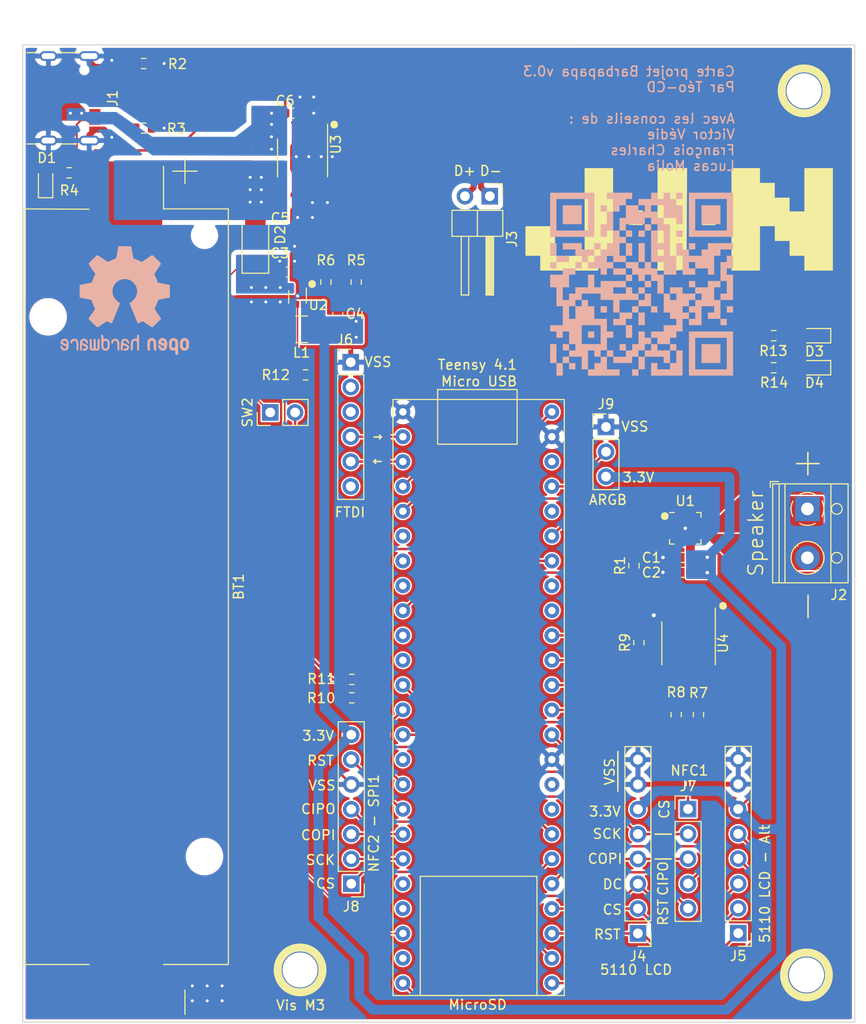
<source format=kicad_pcb>
(kicad_pcb (version 20221018) (generator pcbnew)
  (title_block (title "Carte projet Barbapapa") (date "2023-06-25") (rev "0.3") (company "Téo-CD"))
  (layers (0 "F.Cu" signal) (31 "B.Cu" power) (34 "B.Paste" user) (35 "F.Paste" user) (36 "B.SilkS" user "B.Silkscreen") (37 "F.SilkS" user "F.Silkscreen") (38 "B.Mask" user) (39 "F.Mask" user) (44 "Edge.Cuts" user))
  (net 0 "")
  (net 1 "/Power and USB/BATT_LOAD")
  (net 2 "VSS")
  (net 3 "/Power and USB/VBUS")
  (net 4 "Net-(D1-K)")
  (net 5 "Net-(D1-A)")
  (net 6 "Net-(J1-CC1)")
  (net 7 "/Power and USB/USB_D_P")
  (net 8 "/Power and USB/USB_D_N")
  (net 10 "Net-(J1-CC2)")
  (net 12 "/Audio/Speaker_P")
  (net 13 "/Audio/Speaker_N")
  (net 14 "/LCD connectors/LCD_RST")
  (net 15 "/LCD connectors/LCD_CS")
  (net 16 "/LCD connectors/LCD_DC")
  (net 17 "/SPI_COPI")
  (net 18 "/SPI_SCK")
  (net 19 "/LCD connectors/LCD_COPI_ALT")
  (net 20 "/LCD connectors/LCD_SCK_ALT")
  (net 23 "Net-(J6-Pin_4)")
  (net 24 "Net-(J6-Pin_5)")
  (net 26 "/NFC Connectors/NFC1_CS")
  (net 27 "/SPI_CIPO")
  (net 28 "/NFC2_CS")
  (net 29 "/SPI1_SCK")
  (net 30 "/SPI1_COPI")
  (net 31 "/SPI1_CIPO")
  (net 32 "/NFC Connectors/NFC2_RST")
  (net 33 "Net-(U2-SW)")
  (net 34 "/Audio/Amp_enable")
  (net 35 "Net-(U1-~{SD_MODE})")
  (net 36 "Net-(U2-FB)")
  (net 37 "Net-(U4-X0)")
  (net 38 "Net-(U4-X3)")
  (net 39 "/Audio/AMP_GAIN_EN")
  (net 40 "/Power and USB/VIN")
  (net 44 "/Audio_OUT")
  (net 47 "/Audio/AMP_GAIN0")
  (net 48 "/Audio/AMP_GAIN1")
  (net 51 "/Audio/LRCLK")
  (net 52 "/Audio/BCLK")
  (net 59 "Net-(U1-~{GAIN_SLOT})")
  (net 65 "/NFC1_RST")
  (net 66 "/BAT_SNS")
  (net 69 "/Reg_en")
  (net 70 "/Power and USB/BATT_SAFE")
  (net 71 "VDD")
  (net 72 "Net-(D3-A)")
  (net 73 "Net-(D4-A)")
  (net 74 "/DBG_LED_1")
  (net 75 "/DBG_LED_2")
  (net 76 "/ARGB_Data")
  (footprint "01_Passives:RES_0603" (layer "F.Cu") (at 51.2572 127 180)
    (fp_text reference "R11")
    (fp_text value "RES_0603_100K_1%")
  )
  (footprint "LED_SMD:LED_0603_1608Metric_Pad1.05x0.95mm_HandSolder" (layer "F.Cu") (at 98.6038 91.8464 180)
    (fp_text reference "D3")
    (fp_text value "LED")
  )
  (footprint "Connector_PinHeader_2.54mm:PinHeader_1x05_P2.54mm_Vertical" (layer "F.Cu") (at 85.667 140.2536)
    (fp_text reference "J7")
    (fp_text value "NFC1")
  )
  (footprint "01_Passives:RES_0603" (layer "F.Cu") (at 29.972 70.612 180)
    (fp_text reference "R3")
    (fp_text value "RES_0603_5K1_1%")
  )
  (footprint "Package_SO:SOIC-8_3.9x4.9mm_P1.27mm" (layer "F.Cu") (at 46.228 73.66 -90)
    (fp_text reference "U3")
    (fp_text value "MAX1811")
  )
  (footprint "01_Passives:RES_0603" (layer "F.Cu") (at 51.2572 128.8796)
    (fp_text reference "R10")
    (fp_text value "RES_0603_200k_1%")
  )
  (footprint "LOGO" (layer "F.Cu") (at 85.2424 80.2132)
    (fp_text reference "G***" hide)
    (fp_text value "LOGO" hide)
  )
  (footprint "MountingHole:MountingHole_3.2mm_M3" (layer "F.Cu") (at 97.536 66.802)
    (fp_text reference "H1" hide)
    (fp_text value "MountingHole")
  )
  (footprint "Diode_SMD:D_SOD-128" (layer "F.Cu") (at 41.402 82.296 90)
    (fp_text reference "D2")
    (fp_text value "PMEG3050EP-QX")
  )
  (footprint "Battery:BatteryHolder_Keystone_1042_1x18650" (layer "F.Cu") (at 28.193 117.516 -90)
    (fp_text reference "BT1")
    (fp_text value "Battery_Cell")
  )
  (footprint "01_Passives:CAP_0603" (layer "F.Cu") (at 85.1336 116.0474 180)
    (fp_text reference "C2")
    (fp_text value "CAP_0603_10uF_50V")
  )
  (footprint "Connector_PinHeader_2.54mm:PinHeader_1x02_P2.54mm_Vertical" (layer "F.Cu") (at 42.921 99.695 90)
    (fp_text reference "SW2")
    (fp_text value "Power switch")
  )
  (footprint "Connector_USB:USB_C_Receptacle_GCT_USB4105-xx-A_16P_TopMnt_Horizontal" (layer "F.Cu") (at 21.3 67.564 -90)
    (fp_text reference "J1")
    (fp_text value "USB_C_Receptacle_USB2.0")
  )
  (footprint "Stuff:Teensy 4.1" (layer "F.Cu") (at 64.1123 127.579)
    (fp_text reference "Teensy 4.1")
    (fp_text value "~")
  )
  (footprint "Connector_PinHeader_2.54mm:PinHeader_1x08_P2.54mm_Vertical" (layer "F.Cu") (at 80.5362 152.979 180)
    (fp_text reference "J4")
    (fp_text value "LCD SPI")
  )
  (footprint "01_Passives:RES_0603" (layer "F.Cu") (at 86.7338 130.6016 90)
    (fp_text reference "R7")
    (fp_text value "RES_0603_100K_1%")
  )
  (footprint "MountingHole:MountingHole_3.2mm_M3" (layer "F.Cu") (at 45.974 156.718)
    (fp_text reference "H3" hide)
    (fp_text value "MountingHole")
  )
  (footprint "01_Passives:CAP_0603" (layer "F.Cu") (at 44.704 85.344)
    (fp_text reference "C3")
    (fp_text value "CAP_0603_10uF_50V")
  )
  (footprint "01_Passives:RES_0603" (layer "F.Cu") (at 94.425 95.123 180)
    (fp_text reference "R14")
    (fp_text value "RES_0603_200_1%")
  )
  (footprint "LED_SMD:LED_0603_1608Metric_Pad1.05x0.95mm_HandSolder" (layer "F.Cu") (at 98.6 95.123 180)
    (fp_text reference "D4")
    (fp_text value "LED")
  )
  (footprint "01_Passives:RES_0603" (layer "F.Cu") (at 48.6156 86.36 90)
    (fp_text reference "R6")
    (fp_text value "RES_0603_44K2_1%")
  )
  (footprint "01_Passives:CAP_0603" (layer "F.Cu") (at 44.958 78.232 180)
    (fp_text reference "C5")
    (fp_text value "CAP_0603_10uF_50V")
  )
  (footprint "MountingHole:MountingHole_3.2mm_M3" (layer "F.Cu") (at 97.79 157.226)
    (fp_text reference "H2" hide)
    (fp_text value "MountingHole")
  )
  (footprint "Inductor_SMD:L_1210_3225Metric_Pad1.42x2.65mm_HandSolder" (layer "F.Cu") (at 46.1264 91.186)
    (fp_text reference "L1")
    (fp_text value "IND_1.5uH_5A_20%")
  )
  (footprint "Connector_PinHeader_2.54mm:PinHeader_1x07_P2.54mm_Vertical" (layer "F.Cu") (at 51.2091 147.899 180)
    (fp_text reference "J8")
    (fp_text value "NFC2")
  )
  (footprint "01_Passives:CAP_0603" (layer "F.Cu") (at 45.212 69.088 180)
    (fp_text reference "C6")
    (fp_text value "CAP_0603_10uF_50V")
  )
  (footprint "01_Passives:RES_0603" (layer "F.Cu") (at 46.5328 95.8596)
    (fp_text reference "R12")
    (fp_text value "RES_0603_5K1_1%")
  )
  (footprint "01_Passives:CAP_0603" (layer "F.Cu") (at 49.8348 89.6112 -90)
    (fp_text reference "C4")
    (fp_text value "CAP_0603_10uF_50V")
  )
  (footprint "Connector_PinHeader_2.54mm:PinHeader_1x06_P2.54mm_Vertical" (layer "F.Cu") (at 51.1583 94.559)
    (fp_text reference "J6")
    (fp_text value "Random FTDI")
  )
  (footprint "Package_TO_SOT_SMD:SOT-563" (layer "F.Cu") (at 45.712 87.872 -90)
    (fp_text reference "U2")
    (fp_text value "AP61201Z6-7 buck")
  )
  (footprint "01_Passives:RES_0603" (layer "F.Cu") (at 84.4478 130.6016 90)
    (fp_text reference "R8")
    (fp_text value "RES_0603_100K_1%")
  )
  (footprint "01_Passives:CAP_0603" (layer "F.Cu") (at 85.1336 114.5234 180)
    (fp_text reference "C1")
    (fp_text value "CAP_0603_100nF_50V")
  )
  (footprint "Connector_PinHeader_2.54mm:PinHeader_1x03_P2.54mm_Vertical" (layer "F.Cu") (at 77.2695 101.178)
    (fp_text reference "J9")
    (fp_text value "RGB_LED")
  )
  (footprint "01_Passives:RES_0603" (layer "F.Cu") (at 51.7144 86.36 -90)
    (fp_text reference "R5")
    (fp_text value "RES_0603_200k_1%")
  )
  (footprint "01_Passives:RES_0603" (layer "F.Cu") (at 22.352 75.184)
    (fp_text reference "R4")
    (fp_text value "RES_0603_200_1%")
  )
  (footprint "Package_SO:TSSOP-16_4.4x5mm_P0.65mm" (layer "F.Cu") (at 85.7178 123.3041 -90)
    (fp_text reference "U4")
    (fp_text value "CD4051B")
  )
  (footprint "TerminalBlock_RND:TerminalBlock_RND_205-00012_1x02_P5.00mm_Horizontal" (layer "F.Cu") (at 97.8787 109.5596 -90)
    (fp_text reference "J2")
    (fp_text value "Speaker")
  )
  (footprint "01_Passives:RES_0603" (layer "F.Cu") (at 94.4288 91.8464)
    (fp_text reference "R13")
    (fp_text value "RES_0603_200_1%")
  )
  (footprint "01_Passives:RES_0603" (layer "F.Cu") (at 29.972 64.008)
    (fp_text reference "R2")
    (fp_text value "RES_0603_5K1_1%")
  )
  (footprint "LED_SMD:LED_0603_1608Metric_Pad1.05x0.95mm_HandSolder" (layer "F.Cu") (at 19.939 76.073 90)
    (fp_text reference "D1")
    (fp_text value "LED")
  )
  (footprint "LOGO" (layer "F.Cu") (at 80.9244 86.5632)
    (fp_text reference "G***" hide)
    (fp_text value "LOGO" hide)
  )
  (footprint "Connector_PinHeader_2.54mm:PinHeader_1x08_P2.54mm_Vertical" (layer "F.Cu") (at 90.7978 152.9536 180)
    (fp_text reference "J5")
    (fp_text value "LCD Soft SPI")
  )
  (footprint "01_Passives:RES_0603" (layer "F.Cu") (at 80.6378 123.2356 90)
    (fp_text reference "R9")
    (fp_text value "RES_0603_5K1_1%")
  )
  (footprint "Connector_PinHeader_2.54mm:PinHeader_1x02_P2.54mm_Horizontal" (layer "F.Cu") (at 65.3823 77.579 -90)
    (fp_text reference "J3")
    (fp_text value "Conn_01x02")
  )
  (footprint "Package_DFN_QFN:TQFN-16-1EP_3x3mm_P0.5mm_EP1.23x1.23mm" (layer "F.Cu") (at 85.3816 111.5439)
    (fp_text reference "U1")
    (fp_text value "MAX98357A/B")
  )
  (footprint "01_Passives:RES_0603" (layer "F.Cu") (at 80.1298 115.3616 90)
    (fp_text reference "R1")
    (fp_text value "RES_0603_634K_1%")
  )
  (footprint "Symbol:OSHW-Logo2_14.6x12mm_SilkScreen" (layer "B.Cu") (at 28.0416 88.2396 180)
    (fp_text reference "REF**" hide)
    (fp_text value "OSHW-Logo2_14.6x12mm_SilkScreen" hide)
  )
  (gr_circle (center 97.536 66.802) (end 99.836 66.802) (stroke (width 0.8)) (fill none) (layer "F.SilkS"))
  (gr_line (start 82.296 145.3642) (end 83.947 145.3642) (stroke (width 0.153)) (layer "F.SilkS"))
  (gr_circle (center 97.7808 157.226) (end 100.0808 157.226) (stroke (width 0.8)) (fill none) (layer "F.SilkS"))
  (gr_line (start 78.486 134.366) (end 78.486 138.43) (stroke (width 0.153)) (layer "F.SilkS"))
  (gr_circle (center 45.974 156.7088) (end 48.274 156.7088) (stroke (width 0.8)) (fill none) (layer "F.SilkS"))
  (gr_line (start 82.296 142.8242) (end 83.947 142.8242) (stroke (width 0.153)) (layer "F.SilkS"))
  (gr_rect (start 17.6022 62.103) (end 102.7176 162.052) (stroke (width 0.1)) (fill none) (layer "Edge.Cuts"))
  (gr_text "${TITLE} v${REVISION}\nPar ${COMPANY}\n\nAvec les conseils de :\nVictor Védie\nFrançois Charles\nLucas Molia" (at 90.551 75.057) (layer "B.SilkS") (effects (font (size 1 1) (thickness 0.153)) (justify left bottom mirror)))
  (gr_text "3.3V" (at 46.101 133.35) (layer "F.SilkS") (effects (font (size 1 1) (thickness 0.153)) (justify left bottom)))
  (gr_text "+" (at 95.9639 106.4462) (layer "F.SilkS") (effects (font (size 3 3) (thickness 0.153)) (justify left bottom)))
  (gr_text "-" (at 96.4211 117.5714 -90) (layer "F.SilkS") (effects (font (size 3 3) (thickness 0.153)) (justify left bottom)))
  (gr_text "Vis M3" (at 43.434 160.909) (layer "F.SilkS") (effects (font (size 1 1) (thickness 0.153)) (justify left bottom)))
  (gr_text "RST" (at 83.693 152.273 90) (layer "F.SilkS") (effects (font (size 1 1) (thickness 0.153)) (justify left bottom)))
  (gr_text "VSS" (at 52.451 95.123) (layer "F.SilkS") (effects (font (size 1 1) (thickness 0.153)) (justify left bottom)))
  (gr_text "●" (at 46.612 86.972) (layer "F.SilkS") (effects (font (size 0.8 0.8) (thickness 0.153)) (justify left bottom)))
  (gr_text "CS" (at 76.835 151.13) (layer "F.SilkS") (effects (font (size 1 1) (thickness 0.153)) (justify left bottom)))
  (gr_text "CIPO" (at 83.693 149.225 90) (layer "F.SilkS") (effects (font (size 1 1) (thickness 0.153)) (justify left bottom)))
  (gr_text "NFC1" (at 83.7692 136.906) (layer "F.SilkS") (effects (font (size 1 1) (thickness 0.153)) (justify left bottom)))
  (gr_text "DC" (at 76.835 148.5392) (layer "F.SilkS") (effects (font (size 1 1) (thickness 0.153)) (justify left bottom)))
  (gr_text "SCK" (at 46.482 146.05) (layer "F.SilkS") (effects (font (size 1 1) (thickness 0.153)) (justify left bottom)))
  (gr_text "RST" (at 46.609 135.89) (layer "F.SilkS") (effects (font (size 1 1) (thickness 0.153)) (justify left bottom)))
  (gr_text "RST" (at 75.946 153.67) (layer "F.SilkS") (effects (font (size 1 1) (thickness 0.153)) (justify left bottom)))
  (gr_text "VSS" (at 46.736 138.43) (layer "F.SilkS") (effects (font (size 1 1) (thickness 0.153)) (justify left bottom)))
  (gr_text "●" (at 48.8696 70.6628) (layer "F.SilkS") (effects (font (size 0.8 0.8) (thickness 0.153)) (justify left bottom)))
  (gr_text "●" (at 82.6902 110.7134) (layer "F.SilkS") (effects (font (size 0.8 0.8) (thickness 0.153)) (justify left bottom)))
  (gr_text "SCK" (at 75.819 143.383) (layer "F.SilkS") (effects (font (size 1 1) (thickness 0.153)) (justify left bottom)))
  (gr_text "Speaker" (at 93.472 116.586 90) (layer "F.SilkS") (effects (font (size 1.5 1.5) (thickness 0.153)) (justify left bottom)))
  (gr_text "VSS" (at 78.74 101.727) (layer "F.SilkS") (effects (font (size 1 1) (thickness 0.153)) (justify left bottom)))
  (gr_text "ARGB" (at 75.438 109.22) (layer "F.SilkS") (effects (font (size 1 1) (thickness 0.153)) (justify left bottom)))
  (gr_text "5110 LCD" (at 76.5556 157.2768) (layer "F.SilkS") (effects (font (size 1 1) (thickness 0.153)) (justify left bottom)))
  (gr_text "D+" (at 61.595 75.565) (layer "F.SilkS") (effects (font (size 1 1) (thickness 0.153)) (justify left bottom)))
  (gr_text "VSS" (at 78.232 137.922 90) (layer "F.SilkS") (effects (font (size 1 1) (thickness 0.153)) (justify left bottom)))
  (gr_text "D-" (at 64.262 75.565) (layer "F.SilkS") (effects (font (size 1 1) (thickness 0.153)) (justify left bottom)))
  (gr_text "●" (at 88.646 119.888) (layer "F.SilkS") (effects (font (size 0.8 0.8) (thickness 0.153)) (justify left bottom)))
  (gr_text "COPI" (at 45.974 143.51) (layer "F.SilkS") (effects (font (size 1 1) (thickness 0.153)) (justify left bottom)))
  (gr_text "→" (at 54.61 104.1908 180) (layer "F.SilkS") (effects (font (size 1 1) (thickness 0.153)) (justify left bottom)))
  (gr_text "CS" (at 47.498 148.463) (layer "F.SilkS") (effects (font (size 1 1) (thickness 0.153)) (justify left bottom)))
  (gr_text "CS" (at 83.82 141.351 90) (layer "F.SilkS") (effects (font (size 1 1) (thickness 0.153)) (justify left bottom)))
  (gr_text "3.3V" (at 78.867 106.934) (layer "F.SilkS") (effects (font (size 1 1) (thickness 0.153)) (justify left bottom)))
  (gr_text "5110 LCD - Alt" (at 94.107 154.0458 90) (layer "F.SilkS") (effects (font (size 1 1) (thickness 0.153)) (justify left bottom)))
  (gr_text "NFC2 - SPI1" (at 54.102 146.812 90) (layer "F.SilkS") (effects (font (size 1 1) (thickness 0.153)) (justify left bottom)))
  (gr_text "3.3V" (at 75.438 141.097) (layer "F.SilkS") (effects (font (size 1 1) (thickness 0.153)) (justify left bottom)))
  (gr_text "CIPO" (at 45.974 140.843) (layer "F.SilkS") (effects (font (size 1 1) (thickness 0.153)) (justify left bottom)))
  (gr_text "FTDI" (at 49.4284 110.49) (layer "F.SilkS") (effects (font (size 1 1) (thickness 0.153)) (justify left bottom)))
  (gr_text "→" (at 53.1876 102.7176) (layer "F.SilkS") (effects (font (size 1 1) (thickness 0.153)) (justify left bottom)))
  (gr_text "COPI" (at 75.311 145.923) (layer "F.SilkS") (effects (font (size 1 1) (thickness 0.153)) (justify left bottom)))
  (via (at 40.8686 76.9112) (size 0.56) (drill 0.3) (layers "F.Cu" "B.Cu") (net 1))
  (via (at 40.8686 78.1812) (size 0.56) (drill 0.3) (layers "F.Cu" "B.Cu") (net 1))
  (via (at 42.0116 76.9112) (size 0.56) (drill 0.3) (layers "F.Cu" "B.Cu") (net 1))
  (via (at 42.0116 78.1812) (size 0.56) (drill 0.3) (layers "F.Cu" "B.Cu") (net 1))
  (via (at 42.0116 75.6412) (size 0.56) (drill 0.3) (layers "F.Cu" "B.Cu") (net 1))
  (via (at 40.8686 75.6412) (size 0.56) (drill 0.3) (layers "F.Cu" "B.Cu") (net 1))
  (segment (start 83.0966 116.0474) (end 84.3586 116.0474) (width 0.4) (layer "F.Cu") (net 2))
  (segment (start 85.1316 110.1064) (end 85.1316 111.2939) (width 0.15) (layer "F.Cu") (net 2))
  (segment (start 83.9441 111.7939) (end 85.1316 111.7939) (width 0.15) (layer "F.Cu") (net 2))
  (segment (start 83.1016 114.5234) (end 84.3586 114.5234) (width 0.4) (layer "F.Cu") (net 2))
  (segment (start 83.4428 120.4416) (end 82.1618 120.4416) (width 0.25) (layer "F.Cu") (net 2))
  (segment (start 49.3268 129.3876) (end 49.3268 135.8567) (width 0.25) (layer "F.Cu") (net 2))
  (segment (start 49.3268 135.8567) (end 51.2091 137.739) (width 0.25) (layer "F.Cu") (net 2))
  (segment (start 83.4428 120.4416) (end 84.0928 120.4416) (width 0.25) (layer "F.Cu") (net 2))
  (segment (start 87.3428 124.91533) (end 87.3428 126.1666) (width 0.25) (layer "F.Cu") (net 2))
  (segment (start 24.405 63.789) (end 24.98 64.364) (width 0.6) (layer "F.Cu") (net 2))
  (segment (start 32.0654 70.612) (end 30.797 70.612) (width 0.25) (layer "F.Cu") (net 2))
  (segment (start 51.1583 94.559) (end 47.9858 94.559) (width 0.15) (layer "F.Cu") (net 2))
  (segment (start 86.9828 135.1736) (end 90.7978 135.1736) (width 0.25) (layer "F.Cu") (net 2))
  (segment (start 84.0928 120.4416) (end 84.0928 121.66533) (width 0.25) (layer "F.Cu") (net 2))
  (segment (start 24.98 70.764) (end 25.9224 70.764) (width 0.6) (layer "F.Cu") (net 2))
  (segment (start 47.9858 94.559) (end 47.3578 95.187) (width 0.15) (layer "F.Cu") (net 2))
  (segment (start 47.3578 95.187) (end 47.3578 95.8596) (width 0.15) (layer "F.Cu") (net 2))
  (segment (start 24.98 64.364) (end 26.024 64.364) (width 0.6) (layer "F.Cu") (net 2))
  (segment (start 86.8191 111.2939) (end 85.6316 111.2939) (width 0.15) (layer "F.Cu") (net 2))
  (segment (start 50.4322 128.8796) (end 49.8348 128.8796) (width 0.25) (layer "F.Cu") (net 2))
  (segment (start 25.9224 70.764) (end 26.7102 71.5518) (width 0.6) (layer "F.Cu") (net 2))
  (segment (start 24.405 71.884) (end 24.405 71.339) (width 0.6) (layer "F.Cu") (net 2))
  (segment (start 32.0654 64.008) (end 30.797 64.008) (width 0.25) (layer "F.Cu") (net 2))
  (segment (start 49.8348 128.8796) (end 49.3268 129.3876) (width 0.25) (layer "F.Cu") (net 2))
  (segment (start 84.4478 132.6386) (end 86.9828 135.1736) (width 0.25) (layer "F.Cu") (net 2))
  (segment (start 84.4478 131.4266) (end 84.4478 132.6386) (width 0.25) (layer "F.Cu") (net 2))
  (segment (start 84.0928 121.66533) (end 87.3428 124.91533) (width 0.25) (layer "F.Cu") (net 2))
  (segment (start 26.024 64.364) (end 26.7102 63.6778) (width 0.6) (layer "F.Cu") (net 2))
  (segment (start 24.405 63.244) (end 24.405 63.789) (width 0.6) (layer "F.Cu") (net 2))
  (segment (start 24.405 71.339) (end 24.98 70.764) (width 0.6) (layer "F.Cu") (net 2))
  (via (at 47.244 78.232) (size 0.56) (drill 0.3) (layers "F.Cu" "B.Cu") (net 2))
  (via (at 34.9504 159.8676) (size 0.56) (drill 0.3) (layers "F.Cu" "B.Cu") (net 2))
  (via (at 36.4744 159.8676) (size 0.56) (drill 0.3) (layers "F.Cu" "B.Cu") (net 2))
  (via (at 45.4152 82.7024) (size 0.56) (drill 0.3) (layers "F.Cu" "B.Cu") (net 2))
  (via (at 82.1618 120.4416) (size 0.8) (drill 0.4) (layers "F.Cu" "B.Cu") (net 2))
  (via (at 45.72 79.756) (size 0.56) (drill 0.3) (layers "F.Cu" "B.Cu") (net 2))
  (via (at 42.4688 88.392) (size 0.56) (drill 0.3) (layers "F.Cu" "B.Cu") (net 2))
  (via (at 32.0654 64.008) (size 0.56) (drill 0.3) (layers "F.Cu" "B.Cu") (net 2))
  (via (at 45.4152 84.2264) (size 0.56) (drill 0.3) (layers "F.Cu" "B.Cu") (net 2))
  (via (at 47.371 67.437) (size 0.56) (drill 0.3) (layers "F.Cu" "B.Cu") (net 2))
  (via (at 48.768 78.232) (size 0.56) (drill 0.3) (layers "F.Cu" "B.Cu") (net 2))
  (via (at 47.244 79.756) (size 0.56) (drill 0.3) (layers "F.Cu" "B.Cu") (net 2))
  (via (at 37.9984 158.3436) (size 0.56) (drill 0.3) (layers "F.Cu" "B.Cu") (net 2))
  (via (at 45.72 87.7824) (size 0.56) (drill 0.3) (layers "F.Cu" "B.Cu") (net 2))
  (via (at 34.9504 158.3436) (size 0.56) (drill 0.3) (layers "F.Cu" "B.Cu") (net 2))
  (via (at 45.593 73.533) (size 0.56) (drill 0.3) (layers "F.Cu" "B.Cu") (net 2))
  (via (at 45.974 67.437) (size 0.56) (drill 0.3) (layers "F.Cu" "B.Cu") (net 2))
  (via (at 26.7102 63.6778) (size 0.56) (drill 0.3) (layers "F.Cu" "B.Cu") (net 2))
  (via (at 46.863 73.533) (size 0.56) (drill 0.3) (layers "F.Cu" "B.Cu") (net 2))
  (via (at 36.4744 158.3436) (size 0.56) (drill 0.3) (layers "F.Cu" "B.Cu") (net 2))
  (via (at 40.9956 88.392) (size 0.56) (drill 0.3) (layers "F.Cu" "B.Cu") (net 2))
  (via (at 43.942 88.392) (size 0.56) (drill 0.3) (layers "F.Cu" "B.Cu") (net 2))
  (via (at 32.0654 70.612) (size 0.56) (drill 0.3) (layers "F.Cu" "B.Cu") (net 2))
  (via (at 49.276 73.533) (size 0.56) (drill 0.3) (layers "F.Cu" "B.Cu") (net 2))
  (via (at 85.3816 111.5439) (size 0.61) (drill 0.35) (layers "F.Cu" "B.Cu") (net 2))
  (via (at 83.0966 116.0474) (size 0.61) (drill 0.35) (layers "F.Cu" "B.Cu") (net 2))
  (via (at 26.7102 71.5518) (size 0.56) (drill 0.3) (layers "F.Cu" "B.Cu") (net 2))
  (via (at 37.9984 159.8676) (size 0.56) (drill 0.3) (layers "F.Cu" "B.Cu") (net 2))
  (via (at 83.1016 114.5234) (size 0.61) (drill 0.35) (layers "F.Cu" "B.Cu") (net 2))
  (via (at 47.371 69.088) (size 0.56) (drill 0.3) (layers "F.Cu" "B.Cu") (net 2))
  (via (at 48.133 73.533) (size 0.56) (drill 0.3) (layers "F.Cu" "B.Cu") (net 2))
  (segment (start 46.863 71.185) (end 48.133 71.185) (width 0.25) (layer "F.Cu") (net 3))
  (segment (start 51.054 71.758) (end 50.481 71.185) (width 0.25) (layer "F.Cu") (net 3))
  (segment (start 50.481 66.991) (end 50.481 71.185) (width 0.25) (layer "F.Cu") (net 3))
  (segment (start 44.958 66.421) (end 49.911 66.421) (width 0.25) (layer "F.Cu") (net 3))
  (segment (start 23.177 75.184) (end 23.128 75.135) (width 0.2) (layer "F.Cu") (net 3))
  (segment (start 51.054 73.7616) (end 51.054 71.758) (width 0.25) (layer "F.Cu") (net 3))
  (segment (start 24.8152 69.7992) (end 24.98 69.964) (width 0.2) (layer "F.Cu") (net 3))
  (segment (start 46.863 76.135) (end 46.863 75.758249) (width 0.25) (layer "F.Cu") (net 3))
  (segment (start 44.45 66.929) (end 44.958 66.421) (width 0.25) (layer "F.Cu") (net 3))
  (segment (start 48.133 71.185) (end 50.481 71.185) (width 0.25) (layer "F.Cu") (net 3))
  (segment (start 23.5712 69.7992) (end 24.8152 69.7992) (width 0.2) (layer "F.Cu") (net 3))
  (segment (start 44.45 69.075) (end 44.45 66.929) (width 0.25) (layer "F.Cu") (net 3))
  (segment (start 23.128 75.135) (end 23.128 70.2424) (width 0.2) (layer "F.Cu") (net 3))
  (segment (start 49.911 66.421) (end 50.481 66.991) (width 0.25) (layer "F.Cu") (net 3))
  (segment (start 46.863 75.758249) (end 47.742049 74.8792) (width 0.25) (layer "F.Cu") (net 3))
  (segment (start 49.9364 74.8792) (end 51.054 73.7616) (width 0.25) (layer "F.Cu") (net 3))
  (segment (start 47.742049 74.8792) (end 49.9364 74.8792) (width 0.25) (layer "F.Cu") (net 3))
  (segment (start 23.128 70.2424) (end 23.5712 69.7992) (width 0.2) (layer "F.Cu") (net 3))
  (segment (start 44.437 69.088) (end 44.45 69.075) (width 0.25) (layer "F.Cu") (net 3))
  (via (at 43.053 71.501) (size 0.56) (drill 0.3) (layers "F.Cu" "B.Cu") (net 3))
  (via (at 43.053 70.231) (size 0.56) (drill 0.3) (layers "F.Cu" "B.Cu") (net 3))
  (via (at 22.479 69.088) (size 0.56) (drill 0.3) (layers "F.Cu" "B.Cu") (net 3))
  (via (at 43.053 69.088) (size 0.56) (drill 0.3) (layers "F.Cu" "B.Cu") (net 3))
  (via (at 43.053 72.771) (size 0.56) (drill 0.3) (layers "F.Cu" "B.Cu") (net 3))
  (via (at 23.622 69.088) (size 0.56) (drill 0.3) (layers "F.Cu" "B.Cu") (net 3))
  (segment (start 51.431 67.407841) (end 50.063159 66.04) (width 0.25) (layer "F.Cu") (net 4))
  (segment (start 38.735 67.437) (end 33.274 72.898) (width 0.25) (layer "F.Cu") (net 4))
  (segment (start 33.274 72.898) (end 25.005 72.898) (width 0.25) (layer "F.Cu") (net 4))
  (segment (start 43.307 67.437) (end 38.735 67.437) (width 0.25) (layer "F.Cu") (net 4))
  (segment (start 44.704 66.04) (end 43.307 67.437) (width 0.25) (layer "F.Cu") (net 4))
  (segment (start 51.431 73.917758) (end 51.431 67.407841) (width 0.25) (layer "F.Cu") (net 4))
  (segment (start 23.128 76.948) (end 19.939 76.948) (width 0.25) (layer "F.Cu") (net 4))
  (segment (start 24.003 73.9) (end 24.003 76.073) (width 0.25) (layer "F.Cu") (net 4))
  (segment (start 48.133 76.135) (end 49.213758 76.135) (width 0.25) (layer "F.Cu") (net 4))
  (segment (start 24.003 76.073) (end 23.128 76.948) (width 0.25) (layer "F.Cu") (net 4))
  (segment (start 25.005 72.898) (end 24.003 73.9) (width 0.25) (layer "F.Cu") (net 4))
  (segment (start 50.063159 66.04) (end 44.704 66.04) (width 0.25) (layer "F.Cu") (net 4))
  (segment (start 49.213758 76.135) (end 51.431 73.917758) (width 0.25) (layer "F.Cu") (net 4))
  (segment (start 21.527 75.184) (end 19.953 75.184) (width 0.2) (layer "F.Cu") (net 5))
  (segment (start 19.953 75.184) (end 19.939 75.198) (width 0.2) (layer "F.Cu") (net 5))
  (segment (start 28.111 64.008) (end 29.147 64.008) (width 0.25) (layer "F.Cu") (net 6))
  (segment (start 24.98 66.314) (end 25.805 66.314) (width 0.25) (layer "F.Cu") (net 6))
  (segment (start 25.805 66.314) (end 28.111 64.008) (width 0.25) (layer "F.Cu") (net 6))
  (segment (start 25.709 67.314) (end 25.9842 67.5892) (width 0.25) (layer "F.Cu") (net 7))
  (segment (start 63.737299 75.697631) (end 52.778268 64.7386) (width 0.6) (layer "F.Cu") (net 7))
  (segment (start 25.9842 67.5892) (end 25.9842 68.1848) (width 0.25) (layer "F.Cu") (net 7))
  (segment (start 62.8423 77.579) (end 63.737299 76.684001) (width 0.6) (layer "F.Cu") (net 7))
  (segment (start 36.578932 64.7386) (end 33.764836 67.552696) (width 0.6) (layer "F.Cu") (net 7))
  (segment (start 63.737299 76.684001) (end 63.737299 75.697631) (width 0.6) (layer "F.Cu") (net 7))
  (segment (start 52.778268 64.7386) (end 36.578932 64.7386) (width 0.6) (layer "F.Cu") (net 7))
  (segment (start 33.764836 67.552696) (end 26.495039 67.552696) (width 0.6) (layer "F.Cu") (net 7))
  (segment (start 24.98 67.314) (end 25.709 67.314) (width 0.25) (layer "F.Cu") (net 7))
  (segment (start 25.855 68.314) (end 24.98 68.314) (width 0.25) (layer "F.Cu") (net 7))
  (segment (start 25.9842 68.1848) (end 25.855 68.314) (width 0.25) (layer "F.Cu") (net 7))
  (segment (start 33.454172 66.802696) (end 26.09695 66.802696) (width 0.6) (layer "F.Cu") (net 8))
  (segment (start 36.268268 63.9886) (end 33.454172 66.802696) (width 0.6) (layer "F.Cu") (net 8))
  (segment (start 53.088932 63.9886) (end 36.268268 63.9886) (width 0.6) (layer "F.Cu") (net 8))
  (segment (start 23.8146 67.5236) (end 24.105 67.814) (width 0.25) (layer "F.Cu") (net 8))
  (segment (start 64.487301 76.684001) (end 64.487301 75.386969) (width 0.6) (layer "F.Cu") (net 8))
  (segment (start 24.105 66.814) (end 23.8146 67.1044) (width 0.25) (layer "F.Cu") (net 8))
  (segment (start 23.8146 67.1044) (end 23.8146 67.5236) (width 0.25) (layer "F.Cu") (net 8))
  (segment (start 64.487301 75.386969) (end 53.088932 63.9886) (width 0.6) (layer "F.Cu") (net 8))
  (segment (start 24.105 67.814) (end 24.98 67.814) (width 0.25) (layer "F.Cu") (net 8))
  (segment (start 65.3823 77.579) (end 64.487301 76.684001) (width 0.6) (layer "F.Cu") (net 8))
  (segment (start 24.98 66.814) (end 24.105 66.814) (width 0.25) (layer "F.Cu") (net 8))
  (segment (start 26.769 69.314) (end 28.067 70.612) (width 0.25) (layer "F.Cu") (net 10))
  (segment (start 24.98 69.314) (end 26.769 69.314) (width 0.25) (layer "F.Cu") (net 10))
  (segment (start 28.067 70.612) (end 29.147 70.612) (width 0.25) (layer "F.Cu") (net 10))
  (segment (start 88.9182 154.8332) (end 90.7978 152.9536) (width 0.25) (layer "F.Cu") (net 14))
  (segment (start 80.9934 152.979) (end 82.8476 154.8332) (width 0.25) (layer "F.Cu") (net 14))
  (segment (start 82.8476 154.8332) (end 88.9182 154.8332) (width 0.25) (layer "F.Cu") (net 14))
  (segment (start 80.5362 152.979) (end 71.7323 152.979) (width 0.25) (layer "F.Cu") (net 14))
  (segment (start 80.5362 150.439) (end 71.7323 150.439) (width 0.25) (layer "F.Cu") (net 15))
  (segment (start 84.1176 154.0204) (end 87.191 154.0204) (width 0.25) (layer "F.Cu") (net 15))
  (segment (start 80.5362 150.439) (end 84.1176 154.0204) (width 0.25) (layer "F.Cu") (net 15))
  (segment (start 87.191 154.0204) (end 90.7978 150.4136) (width 0.25) (layer "F.Cu") (net 15))
  (segment (start 79.2916 149.1436) (end 71.0744 149.1436) (width 0.25) (layer "F.Cu") (net 16))
  (segment (start 70.104 150.114) (end 71.0744 149.1436) (width 0.25) (layer "F.Cu") (net 16))
  (segment (start 80.5362 147.899) (end 84.8288 152.1916) (width 0.25) (layer "F.Cu") (net 16))
  (segment (start 86.4798 152.1916) (end 90.7978 147.8736) (width 0.25) (layer "F.Cu") (net 16))
  (segment (start 70.104 153.8907) (end 70.104 150.114) (width 0.25) (layer "F.Cu") (net 16))
  (segment (start 84.8288 152.1916) (end 86.4798 152.1916) (width 0.25) (layer "F.Cu") (net 16))
  (segment (start 71.7323 155.519) (end 70.104 153.8907) (width 0.25) (layer "F.Cu") (net 16))
  (segment (start 79.2916 149.1436) (end 80.5362 147.899) (width 0.25) (layer "F.Cu") (net 16))
  (segment (start 59.3167 133.9036) (end 55.5067 133.9036) (width 0.25) (layer "F.Cu") (net 17))
  (segment (start 85.6416 145.359) (end 85.667 145.3336) (width 0.25) (layer "F.Cu") (net 17))
  (segment (start 80.5362 145.359) (end 78.9001 145.359) (width 0.25) (layer "F.Cu") (net 17))
  (segment (start 55.5067 133.9036) (end 54.9987 133.3956) (width 0.25) (layer "F.Cu") (net 17))
  (segment (start 54.9987 133.3956) (end 54.9987 131.6126) (width 0.25) (layer "F.Cu") (net 17))
  (segment (start 80.5362 145.359) (end 85.6416 145.359) (width 0.25) (layer "F.Cu") (net 17))
  (segment (start 54.9987 131.6126) (end 56.4923 130.119) (width 0.25) (layer "F.Cu") (net 17))
  (segment (start 64.3967 138.9836) (end 59.3167 133.9036) (width 0.25) (layer "F.Cu") (net 17))
  (segment (start 78.9001 145.359) (end 72.5247 138.9836) (width 0.25) (layer "F.Cu") (net 17))
  (segment (start 72.5247 138.9836) (end 64.3967 138.9836) (width 0.25) (layer "F.Cu") (net 17))
  (segment (start 78.486 139.4127) (end 71.7323 132.659) (width 0.25) (layer "F.Cu") (net 18))
  (segment (start 85.6416 142.819) (end 85.667 142.7936) (width 0.25) (layer "F.Cu") (net 18))
  (segment (start 80.5362 142.819) (end 78.486 140.7688) (width 0.25) (layer "F.Cu") (net 18))
  (segment (start 80.5362 142.819) (end 85.6416 142.819) (width 0.25) (layer "F.Cu") (net 18))
  (segment (start 78.486 140.7688) (end 78.486 139.4127) (width 0.25) (layer "F.Cu") (net 18))
  (segment (start 88.0424 158.059) (end 93.0838 153.0176) (width 0.25) (layer "F.Cu") (net 19))
  (segment (start 93.0838 153.0176) (end 93.0838 147.6196) (width 0.25) (layer "F.Cu") (net 19))
  (segment (start 93.0838 147.6196) (end 90.7978 145.3336) (width 0.25) (layer "F.Cu") (net 19))
  (segment (start 71.7323 158.059) (end 88.0424 158.059) (width 0.25) (layer "F.Cu") (net 19))
  (segment (start 57.9199 159.4866) (end 56.4923 158.059) (width 0.25) (layer "F.Cu") (net 20))
  (segment (start 93.7768 145.7726) (end 93.7768 153.6192) (width 0.25) (layer "F.Cu") (net 20))
  (segment (start 93.7768 153.6192) (end 87.9094 159.4866) (width 0.25) (layer "F.Cu") (net 20))
  (segment (start 87.9094 159.4866) (end 57.9199 159.4866) (width 0.25) (layer "F.Cu") (net 20))
  (segment (start 90.7978 142.7936) (end 93.7768 145.7726) (width 0.25) (layer "F.Cu") (net 20))
  (segment (start 51.1583 102.179) (end 56.4923 102.179) (width 0.25) (layer "F.Cu") (net 23))
  (segment (start 56.4923 104.719) (end 51.1583 104.719) (width 0.25) (layer "F.Cu") (net 24))
  (segment (start 81.1458 131.3636) (end 60.2769 131.3636) (width 0.25) (layer "F.Cu") (net 26))
  (segment (start 60.2769 131.3636) (end 56.4923 127.579) (width 0.25) (layer "F.Cu") (net 26))
  (segment (start 85.667 135.8848) (end 81.1458 131.3636) (width 0.25) (layer "F.Cu") (net 26))
  (segment (start 85.667 140.2536) (end 85.667 135.8848) (width 0.25) (layer "F.Cu") (net 26))
  (segment (start 87.2418 144.8256) (end 87.2418 146.2988) (width 0.25) (layer "F.Cu") (net 27))
  (segment (start 76.835 139.827) (end 76.835 141.351) (width 0.25) (layer "F.Cu") (net 27))
  (segment (start 61.6281 132.659) (end 65.4127 136.4436) (width 0.25) (layer "F.Cu") (net 27))
  (segment (start 86.4798 144.0636) (end 87.2418 144.8256) (width 0.25) (layer "F.Cu") (net 27))
  (segment (start 65.4127 136.4436) (end 73.4516 136.4436) (width 0.25) (layer "F.Cu") (net 27))
  (segment (start 87.2418 146.2988) (end 85.667 147.8736) (width 0.25) (layer "F.Cu") (net 27))
  (segment (start 56.4923 132.659) (end 61.6281 132.659) (width 0.25) (layer "F.Cu") (net 27))
  (segment (start 76.835 141.351) (end 79.5476 144.0636) (width 0.25) (layer "F.Cu") (net 27))
  (segment (start 79.5476 144.0636) (end 86.4798 144.0636) (width 0.25) (layer "F.Cu") (net 27))
  (segment (start 73.4516 136.4436) (end 76.835 139.827) (width 0.25) (layer "F.Cu") (net 27))
  (segment (start 70.4063 146.685) (end 71.7323 145.359) (width 0.25) (layer "F.Cu") (net 28))
  (segment (start 52.4231 146.685) (end 70.4063 146.685) (width 0.25) (layer "F.Cu") (net 28))
  (segment (start 51.2091 147.899) (end 52.4231 146.685) (width 0.25) (layer "F.Cu") (net 28))
  (segment (start 56.4923 145.359) (end 51.2091 145.359) (width 0.25) (layer "F.Cu") (net 29))
  (segment (start 56.4923 142.819) (end 51.2091 142.819) (width 0.25) (layer "F.Cu") (net 30))
  (segment (start 52.4791 141.549) (end 70.4623 141.549) (width 0.25) (layer "F.Cu") (net 31))
  (segment (start 70.4623 141.549) (end 71.7323 142.819) (width 0.25) (layer "F.Cu") (net 31))
  (segment (start 51.2091 140.279) (end 52.4791 141.549) (width 0.25) (layer "F.Cu") (net 31))
  (segment (start 56.2891 140.279) (end 56.4923 140.279) (width 0.25) (layer "F.Cu") (net 32))
  (segment (start 51.2091 135.199) (end 56.2891 140.279) (width 0.25) (layer "F.Cu") (net 32))
  (segment (start 45.142 90.4375) (end 45.142 88.622) (width 0.4) (layer "F.Cu") (net 33))
  (segment (start 80.1298 116.1866) (end 80.1298 117.4822) (width 0.25) (layer "F.Cu") (net 34))
  (segment (start 80.1298 117.4822) (end 75.113 122.499) (width 0.25) (layer "F.Cu") (net 34))
  (segment (start 75.113 122.499) (end 71.7323 122.499) (width 0.25) (layer "F.Cu") (net 34))
  (segment (start 81.6916 112.3136) (end 83.9244 112.3136) (width 0.25) (layer "F.Cu") (net 35))
  (segment (start 80.1298 113.8754) (end 81.6916 112.3136) (width 0.25) (layer "F.Cu") (net 35))
  (segment (start 80.1298 114.5366) (end 80.1298 113.8754) (width 0.25) (layer "F.Cu") (net 35))
  (segment (start 83.9244 112.3136) (end 83.9441 112.2939) (width 0.25) (layer "F.Cu") (net 35))
  (segment (start 47.1038 85.535) (end 46.212 86.4268) (width 0.25) (layer "F.Cu") (net 36))
  (segment (start 46.212 86.4268) (end 46.212 87.122) (width 0.25) (layer "F.Cu") (net 36))
  (segment (start 51.7144 85.535) (end 48.6156 85.535) (width 0.25) (layer "F.Cu") (net 36))
  (segment (start 48.6156 85.535) (end 47.1038 85.535) (width 0.25) (layer "F.Cu") (net 36))
  (segment (start 86.7338 129.7766) (end 86.7338 128.8978) (width 0.25) (layer "F.Cu") (net 37))
  (segment (start 86.7338 128.8978) (end 86.0428 128.2068) (width 0.25) (layer "F.Cu") (net 37))
  (segment (start 86.0428 128.2068) (end 86.0428 126.1666) (width 0.25) (layer "F.Cu") (net 37))
  (segment (start 84.4478 129.7766) (end 84.4478 129.0646) (width 0.25) (layer "F.Cu") (net 38))
  (segment (start 85.3928 128.1196) (end 85.3928 126.1666) (width 0.25) (layer "F.Cu") (net 38))
  (segment (start 84.4478 129.0646) (end 85.3928 128.1196) (width 0.25) (layer "F.Cu") (net 38))
  (segment (start 80.6378 122.4106) (end 80.6378 119.1716) (width 0.25) (layer "F.Cu") (net 39))
  (segment (start 78.9606 122.4106) (end 80.6378 122.4106) (width 0.25) (layer "F.Cu") (net 39))
  (segment (start 76.3322 125.039) (end 78.9606 122.4106) (width 0.25) (layer "F.Cu") (net 39))
  (segment (start 80.6378 119.1716) (end 80.8918 118.9176) (width 0.25) (layer "F.Cu") (net 39))
  (segment (start 71.7323 125.039) (end 76.3322 125.039) (width 0.25) (layer "F.Cu") (net 39))
  (segment (start 80.8918 118.9176) (end 84.1938 118.9176) (width 0.25) (layer "F.Cu") (net 39))
  (segment (start 84.1938 118.9176) (end 84.7428 119.4666) (width 0.25) (layer "F.Cu") (net 39))
  (segment (start 84.7428 119.4666) (end 84.7428 120.4416) (width 0.25) (layer "F.Cu") (net 39))
  (segment (start 57.7063 113.665) (end 55.499 113.665) (width 0.25) (layer "F.Cu") (net 40))
  (segment (start 45.461 123.1596) (end 49.3014 127) (width 0.25) (layer "F.Cu") (net 40))
  (segment (start 45.461 99.695) (end 45.461 123.1596) (width 0.25) (layer "F.Cu") (net 40))
  (segment (start 71.7323 99.639) (end 57.7063 113.665) (width 0.25) (layer "F.Cu") (net 40))
  (segment (start 50.4322 118.7318) (end 50.4322 127) (width 0.25) (layer "F.Cu") (net 40))
  (segment (start 49.3014 127) (end 50.4322 127) (width 0.25) (layer "F.Cu") (net 40))
  (segment (start 55.499 113.665) (end 50.4322 118.7318) (width 0.25) (layer "F.Cu") (net 40))
  (segment (start 60.3733 116.078) (end 75.6034 116.078) (width 0.25) (layer "F.Cu") (net 44))
  (segment (start 75.6034 116.078) (end 80.8875 110.7939) (width 0.25) (layer "F.Cu") (net 44))
  (segment (start 80.8875 110.7939) (end 83.9441 110.7939) (width 0.25) (layer "F.Cu") (net 44))
  (segment (start 56.4923 119.959) (end 60.3733 116.078) (width 0.25) (layer "F.Cu") (net 44))
  (segment (start 84.7428 127.7362) (end 84.7428 126.1666) (width 0.25) (layer "F.Cu") (net 47))
  (segment (start 82.36 130.119) (end 71.7323 130.119) (width 0.25) (layer "F.Cu") (net 47))
  (segment (start 82.36 130.119) (end 84.7428 127.7362) (width 0.25) (layer "F.Cu") (net 47))
  (segment (start 84.0928 126.1666) (end 84.0928 127.2432) (width 0.25) (layer "F.Cu") (net 48))
  (segment (start 71.7323 127.579) (end 83.757 127.579) (width 0.25) (layer "F.Cu") (net 48))
  (segment (start 84.0928 127.2432) (end 83.757 127.579) (width 0.25) (layer "F.Cu") (net 48))
  (segment (start 85.034 108.5036) (end 85.6316 109.1012) (width 0.25) (layer "F.Cu") (net 51))
  (segment (start 85.6316 109.1012) (end 85.6316 110.1064) (width 0.25) (layer "F.Cu") (net 51))
  (segment (start 68.199 109.347) (end 69.0424 108.5036) (width 0.25) (layer "F.Cu") (net 51))
  (segment (start 69.0424 108.5036) (end 85.034 108.5036) (width 0.25) (layer "F.Cu") (net 51))
  (segment (start 68.199 114.173) (end 68.199 109.347) (width 0.25) (layer "F.Cu") (net 51))
  (segment (start 68.905 114.879) (end 68.199 114.173) (width 0.25) (layer "F.Cu") (net 51))
  (segment (start 71.7323 114.879) (end 68.905 114.879) (width 0.25) (layer "F.Cu") (net 51))
  (segment (start 73.9649 110.1064) (end 84.6316 110.1064) (width 0.25) (layer "F.Cu") (net 52))
  (segment (start 71.7323 112.339) (end 73.9649 110.1064) (width 0.25) (layer "F.Cu") (net 52))
  (segment (start 85.6672 117.856) (end 82.8986 117.856) (width 0.25) (layer "F.Cu") (net 59))
  (segment (start 81.6191 111.2939) (end 83.9441 111.2939) (width 0.25) (layer "F.Cu") (net 59))
  (segment (start 79.6218 115.3616) (end 79.1138 114.8536) (width 0.25) (layer "F.Cu") (net 59))
  (segment (start 79.1138 114.8536) (end 79.1138 113.7992) (width 0.25) (layer "F.Cu") (net 59))
  (segment (start 79.1138 113.7992) (end 81.6191 111.2939) (width 0.25) (layer "F.Cu") (net 59))
  (segment (start 80.8568 115.799375) (end 80.419025 115.3616) (width 0.25) (layer "F.Cu") (net 59))
  (segment (start 82.8986 117.856) (end 80.8568 115.8142) (width 0.25) (layer "F.Cu") (net 59))
  (segment (start 86.6928 120.4416) (end 86.6928 118.8816) (width 0.25) (layer "F.Cu") (net 59))
  (segment (start 80.8568 115.8142) (end 80.8568 115.799375) (width 0.25) (layer "F.Cu") (net 59))
  (segment (start 80.419025 115.3616) (end 79.6218 115.3616) (width 0.25) (layer "F.Cu") (net 59))
  (segment (start 86.6928 118.8816) (end 85.6672 117.856) (width 0.25) (layer "F.Cu") (net 59))
  (segment (start 71.7323 147.899) (end 72.9073 146.724) (width 0.25) (layer "F.Cu") (net 65))
  (segment (start 72.9073 146.724) (end 81.9774 146.724) (width 0.25) (layer "F.Cu") (net 65))
  (segment (start 81.9774 146.724) (end 85.667 150.4136) (width 0.25) (layer "F.Cu") (net 65))
  (segment (start 52.0822 130.5174) (end 54.0004 132.4356) (width 0.25) (layer "F.Cu") (net 66))
  (segment (start 52.0822 128.8796) (end 52.0822 127) (width 0.15) (layer "F.Cu") (net 66))
  (segment (start 54.0004 135.2471) (end 56.4923 137.739) (width 0.25) (layer "F.Cu") (net 66))
  (segment (start 54.0004 132.4356) (end 54.0004 135.2471) (width 0.25) (layer "F.Cu") (net 66))
  (segment (start 52.0822 128.8796) (end 52.0822 130.5174) (width 0.25) (layer "F.Cu") (net 66))
  (segment (start 45.712 95.8554) (end 45.712 88.622) (width 0.15) (layer "F.Cu") (net 69))
  (segment (start 44.409 144.6374) (end 52.7506 152.979) (width 0.15) (layer "F.Cu") (net 69))
  (segment (start 45.7078 95.8596) (end 45.712 95.8554) (width 0.15) (layer "F.Cu") (net 69))
  (segment (start 44.409 97.1584) (end 44.409 144.6374) (width 0.15) (layer "F.Cu") (net 69))
  (segment (start 52.7506 152.979) (end 56.4923 152.979) (width 0.15) (layer "F.Cu") (net 69))
  (segment (start 45.7078 95.8596) (end 44.409 97.1584) (width 0.15) (layer "F.Cu") (net 69))
  (segment (start 37.9476 94.7216) (end 37.9476 86.5378) (width 0.15) (layer "F.Cu") (net 70))
  (segment (start 39.9894 84.496) (end 41.656 84.496) (width 0.15) (layer "F.Cu") (net 70))
  (segment (start 37.9476 86.5378) (end 39.9894 84.496) (width 0.15) (layer "F.Cu") (net 70))
  (segment (start 42.921 99.695) (end 37.9476 94.7216) (width 0.15) (layer "F.Cu") (net 70))
  (via (at 40.9956 86.9188) (size 0.56) (drill 0.3) (layers "F.Cu" "B.Cu") (net 70))
  (via (at 43.8912 84.2264) (size 0.56) (drill 0.3) (layers "F.Cu" "B.Cu") (net 70))
  (via (at 42.4688 86.9188) (size 0.56) (drill 0.3) (layers "F.Cu" "B.Cu") (net 70))
  (via (at 43.942 86.9188) (size 0.56) (drill 0.3) (layers "F.Cu" "B.Cu") (net 70))
  (segment (start 87.9928 128.3156) (end 87.9928 130.3366) (width 0.25) (layer "F.Cu") (net 71))
  (segment (start 87.9928 126.1666) (end 87.9928 128.3156) (width 0.25) (layer "F.Cu") (net 71))
  (segment (start 85.852 124.0606) (end 80.6378 124.0606) (width 0.25) (layer "F.Cu") (net 71))
  (segment (start 86.6928 126.1666) (end 86.6928 127.6954) (width 0.25) (layer "F.Cu") (net 71))
  (segment (start 86.6928 124.9014) (end 85.852 124.0606) (width 0.25) (layer "F.Cu") (net 71))
  (segment (start 85.9086 114.5234) (end 85.9086 113.2044) (width 0.9) (layer "F.Cu") (net 71))
  (segment (start 87.313 128.3156) (end 87.9928 128.3156) (width 0.25) (layer "F.Cu") (net 71))
  (segment (start 92.5758 138.4756) (end 92.5758 134.9196) (width 0.25) (layer "F.Cu") (net 71))
  (segment (start 88.0374 131.4266) (end 86.7338 131.4266) (width 0.25) (layer "F.Cu") (net 71))
  (segment (start 88.5601 130.9039) (end 88.0374 131.4266) (width 0.25) (layer "F.Cu") (net 71))
  (segment (start 89.2738 131.6176) (end 88.5601 130.9039) (width 0.25) (layer "F.Cu") (net 71))
  (segment (start 87.9928 130.3366) (end 89.2738 131.6176) (width 0.25) (layer "F.Cu") (net 71))
  (segment (start 86.6928 126.1666) (end 86.6928 124.9014) (width 0.25) (layer "F.Cu") (net 71))
  (segment (start 92.5758 134.9196) (end 89.2738 131.6176) (width 0.25) (layer "F.Cu") (net 71))
  (segment (start 90.7978 140.2536) (end 92.5758 138.4756) (width 0.25) (layer "F.Cu") (net 71))
  (segment (start 86.6928 127.6954) (end 87.313 128.3156) (width 0.25) (layer "F.Cu") (net 71))
  (segment (start 51.7144 87.185) (end 51.7144 90.3732) (width 0.25) (layer "F.Cu") (net 71))
  (segment (start 85.9086 113.2044) (end 85.9066 113.2024) (width 0.9) (layer "F.Cu") (net 71))
  (via (at 87.63 114.5032) (size 0.61) (drill 0.35) (layers "F.Cu" "B.Cu") (net 71))
  (via (at 87.63 116.078) (size 0.61) (drill 0.35) (layers "F.Cu" "B.Cu") (net 71))
  (via (at 51.7144 90.3732) (size 0.6) (drill 0.3) (layers "F.Cu" "B.Cu") (net 71))
  (via (at 51.7144 91.9988) (size 0.6) (drill 0.3) (layers "F.Cu" "B.Cu") (net 71))
  (segment (start 89.916 106.299) (end 77.3105 106.299) (width 1) (layer "B.Cu") (net 71))
  (segment (start 52.0192 155.448) (end 52.0192 159.385) (width 1) (layer "B.Cu") (net 71))
  (segment (start 89.916 112.2172) (end 89.916 106.299) (width 1) (layer "B.Cu") (net 71))
  (segment (start 48.4632 94.3001) (end 48.4632 92.0496) (width 1) (layer "B.Cu") (net 71))
  (segment (start 80.5362 140.279) (end 82.4106 138.4046) (width 1) (layer "B.Cu") (net 71))
  (segment (start 52.0192 159.385) (end 53.4162 160.782) (width 1) (layer "B.Cu") (net 71))
  (segment (start 94.7166 142.3162) (end 95.1992 141.8336) (width 1) (layer "B.Cu") (net 71))
  (segment (start 92.8604 142.3162) (end 94.7166 142.3162) (width 1) (layer "B.Cu") (net 71))
  (segment (start 88.9488 138.4046) (end 90.7978 140.2536) (width 1) (layer "B.Cu") (net 71))
  (segment (start 48.4632 94.3001) (end 48.4632 129.9131) (width 1) (layer "B.Cu") (net 71))
  (segment (start 53.4162 160.782) (end 89.6112 160.782) (width 1) (layer "B.Cu") (net 71))
  (segment (start 87.63 114.5032) (end 89.916 112.2172) (width 1) (layer "B.Cu") (net 71))
  (segment (start 95.1992 141.8336) (end 95.1992 155.194) (width 1) (layer "B.Cu") (net 71))
  (segment (start 51.2091 132.659) (end 47.8536 136.0145) (width 1) (layer "B.Cu") (net 71))
  (segment (start 77.3105 106.299) (end 77.2695 106.258) (width 1) (layer "B.Cu") (net 71))
  (segment (start 82.4106 138.4046) (end 88.9488 138.4046) (width 1) (layer "B.Cu") (net 71))
  (segment (start 95.1992 123.6472) (end 87.63 116.078) (width 1) (layer "B.Cu") (net 71))
  (segment (start 47.8536 151.2824) (end 52.0192 155.448) (width 1) (layer "B.Cu") (net 71))
  (segment (start 47.8536 136.0145) (end 47.8536 151.2824) (width 1) (layer "B.Cu") (net 71))
  (segment (start 90.7978 140.2536) (end 92.8604 142.3162) (width 1) (layer "B.Cu") (net 71))
  (segment (start 95.1992 155.194) (end 89.6112 160.782) (width 1) (layer "B.Cu") (net 71))
  (segment (start 48.4632 129.9131) (end 51.2091 132.659) (width 1) (layer "B.Cu") (net 71))
  (segment (start 95.1992 141.8336) (end 95.1992 123.6472) (width 1) (layer "B.Cu") (net 71))
  (segment (start 95.2538 91.8464) (end 97.7288 91.8464) (width 0.25) (layer "F.Cu") (net 72))
  (segment (start 95.25 95.123) (end 97.725 95.123) (width 0.25) (layer "F.Cu") (net 73))
  (segment (start 71.9049 91.8464) (end 93.6038 91.8464) (width 0.25) (layer "F.Cu") (net 74))
  (segment (start 56.4923 107.259) (end 71.9049 91.8464) (width 0.25) (layer "F.Cu") (net 74))
  (segment (start 56.4923 109.799) (end 71.1683 95.123) (width 0.25) (layer "F.Cu") (net 75))
  (segment (start 71.1683 95.123) (end 93.6 95.123) (width 0.25) (layer "F.Cu") (net 75))
  (segment (start 73.7285 107.259) (end 77.2695 103.718) (width 0.25) (layer "F.Cu") (net 76))
  (segment (start 71.7323 107.259) (end 73.7285 107.259) (width 0.25) (layer "F.Cu") (net 76))
  (zone (net 13) (net_name "/Audio/Speaker_N") (layer "F.Cu") (priority 12) (connect_pads yes (clearance 0.15)) (min_thickness 0.25) (fill yes (thermal_gap 0.5) (thermal_bridge_width 0.5))
    (polygon (pts (xy 86.8172 112.4712) (xy 87.5284 112.4712) (xy 90.932 115.824) (xy 99.5426 115.824) (xy 99.5426 112.1156) (xy 86.8172 112.1156)))
  )
  (zone (net 2) (net_name "VSS") (layer "F.Cu") (name "Power_GND") (priority 5) (connect_pads yes (clearance 0.15)) (min_thickness 0.25) (fill yes (thermal_gap 0.5) (thermal_bridge_width 0.5))
    (polygon (pts (xy 50.9016 86.868) (xy 46.7868 86.868) (xy 46.7868 87.6808) (xy 45.974 87.6808) (xy 45.974 83.312) (xy 44.9072 83.312) (xy 44.9072 86.36) (xy 45.466 86.36) (xy 45.466 87.6808) (xy 39.4208 87.6808) (xy 39.4208 89.1032) (xy 44.6024 89.1032) (xy 44.6024 88.0872) (xy 46.7868 88.0872) (xy 48.768 88.0872) (xy 48.768 89.6112) (xy 50.9016 89.6112)))
  )
  (zone (net 33) (net_name "Net-(U2-SW)") (layer "F.Cu") (priority 7) (connect_pads yes (clearance 0.15)) (min_thickness 0.25) (fill yes (thermal_gap 0.5) (thermal_bridge_width 0.5))
    (polygon (pts (xy 45.1104 89.408) (xy 42.0116 89.408) (xy 42.0116 92.6592) (xy 45.1104 92.6592)))
  )
  (zone (net 3) (net_name "/Power and USB/VBUS") (layer "F.Cu") (priority 9) (connect_pads thru_hole_only (clearance 0.15)) (min_thickness 0.25) (fill yes (thermal_gap 0.5) (thermal_bridge_width 0.5))
    (polygon (pts (xy 24.511 64.897) (xy 24.003 65.278) (xy 21.463 65.278) (xy 21.463 69.85) (xy 24.003 69.85) (xy 24.511 70.231) (xy 24.511 69.723) (xy 24.003 69.342) (xy 24.003 68.707) (xy 22.987 67.691) (xy 22.987 66.929) (xy 24.003 66.04) (xy 24.003 65.659) (xy 24.511 65.405)))
  )
  (zone (net 2) (net_name "VSS") (layer "F.Cu") (connect_pads thru_hole_only (clearance 0.15)) (min_thickness 0.25) (fill yes (thermal_gap 0.5) (thermal_bridge_width 0.5))
    (polygon (pts (xy 17.8308 161.8488) (xy 102.4636 161.798) (xy 102.4636 129.5273) (xy 102.4636 113.39195) (xy 102.4636 62.3316) (xy 74.422 62.3062) (xy 74.3712 87.7316) (xy 17.8308 87.7316)))
  )
  (zone (net 2) (net_name "VSS") (layer "F.Cu") (name "Batt_GND") (priority 4) (connect_pads yes (clearance 0.5)) (min_thickness 0.25) (fill yes (thermal_gap 0.5) (thermal_bridge_width 0.5))
    (polygon (pts (xy 49.911 66.929) (xy 45.593 66.929) (xy 45.212 66.929) (xy 45.212 69.596) (xy 44.958 70.104) (xy 44.958 83.439) (xy 51.054 83.439) (xy 51.054 77.47) (xy 46.482 77.47) (xy 46.228 77.216) (xy 46.228 75.057) (xy 46.736 74.422) (xy 49.403 74.422) (xy 50.038 73.914) (xy 50.038 72.517) (xy 46.482 72.517) (xy 46.228 72.263) (xy 46.228 70.104) (xy 46.609 69.723) (xy 49.911 69.723)))
  )
  (zone (net 2) (net_name "VSS") (layer "F.Cu") (name "Batt") (priority 8) (connect_pads yes (clearance 0.5)) (min_thickness 0.25) (fill yes (thermal_gap 0.5) (thermal_bridge_width 0.5))
    (polygon (pts (xy 28.0924 156.8196) (xy 38.9128 156.8196) (xy 38.9128 161.3916) (xy 28.0924 161.3916)))
  )
  (zone (net 8) (net_name "/Power and USB/USB_D_N") (layer "F.Cu") (priority 1) (connect_pads yes (clearance 0.15)) (min_thickness 0.25) (fill yes (thermal_gap 0.5) (thermal_bridge_width 0.5))
    (polygon (pts (xy 25.527 66.675) (xy 26.1366 66.4972) (xy 26.1366 67.0814) (xy 25.527 66.9544)))
  )
  (zone (net 12) (net_name "/Audio/Speaker_P") (layer "F.Cu") (priority 12) (connect_pads yes (clearance 0.15)) (min_thickness 0.25) (fill yes (thermal_gap 0.5) (thermal_bridge_width 0.5))
    (polygon (pts (xy 86.8172 111.6076) (xy 87.5284 111.6076) (xy 90.932 108.2548) (xy 99.5426 108.2548) (xy 99.5426 111.9632) (xy 86.8172 111.9632)))
  )
  (zone (net 7) (net_name "/Power and USB/USB_D_P") (layer "F.Cu") (priority 1) (connect_pads yes (clearance 0.15)) (min_thickness 0.25) (fill yes (thermal_gap 0.5) (thermal_bridge_width 0.5))
    (polygon (pts (xy 25.8572 67.437) (xy 26.4414 67.2592) (xy 26.4414 67.8434) (xy 25.8572 67.7164)))
  )
  (zone (net 3) (net_name "/Power and USB/VBUS") (layers "F&B.Cu") (name "VBUS") (priority 3) (connect_pads yes (clearance 0.5)) (min_thickness 0.25) (fill yes (thermal_gap 0.5) (thermal_bridge_width 0.5))
    (polygon (pts (xy 44.6532 73.4314) (xy 44.6532 68.3514) (xy 40.9956 68.326) (xy 40.9956 73.4314)))
  )
  (zone (net 71) (net_name "VDD") (layers "F&B.Cu") (priority 13) (connect_pads yes (clearance 0.15)) (min_thickness 0.25) (fill yes (thermal_gap 0.5) (thermal_bridge_width 0.5))
    (polygon (pts (xy 46.0756 88.2904) (xy 48.5648 88.2904) (xy 48.5648 89.8652) (xy 52.4256 89.8652) (xy 52.4256 92.6592) (xy 46.0756 92.6592)))
  )
  (zone (net 1) (net_name "/Power and USB/BATT_LOAD") (layers "F&B.Cu") (name "Batt") (priority 2) (connect_pads yes (clearance 0.5)) (min_thickness 0.25) (fill yes (thermal_gap 0.5) (thermal_bridge_width 0.5))
    (polygon (pts (xy 44.6532 73.914) (xy 44.6532 80.01) (xy 26.924 80.01) (xy 26.924 73.914)))
  )
  (zone (net 70) (net_name "/Power and USB/BATT_SAFE") (layers "F&B.Cu") (name "Batt") (priority 6) (connect_pads yes (clearance 0.15)) (min_thickness 0.25) (fill yes (thermal_gap 0.5) (thermal_bridge_width 0.5))
    (polygon (pts (xy 44.704 83.566) (xy 44.704 86.4616) (xy 45.3644 86.4616) (xy 45.3644 87.5284) (xy 39.4208 87.5284) (xy 39.4208 83.566)))
  )
  (zone (net 71) (net_name "VDD") (layers "F&B.Cu") (priority 11) (connect_pads yes (clearance 0.15)) (min_thickness 0.25) (fill yes (thermal_gap 0.5) (thermal_bridge_width 0.5))
    (polygon (pts (xy 85.471 113.792) (xy 88.519 113.792) (xy 88.519 116.713) (xy 85.471 116.713)))
  )
  (zone (net 3) (net_name "/Power and USB/VBUS") (layer "B.Cu") (priority 10) (connect_pads thru_hole_only (clearance 0.15)) (min_thickness 0.25) (fill yes (thermal_gap 0.5) (thermal_bridge_width 0.5))
    (polygon (pts (xy 22.098 68.58) (xy 23.876 68.58) (xy 24.003 68.961) (xy 27.178 68.961) (xy 30.861 71.501) (xy 39.37 71.501) (xy 41.021 70.231) (xy 40.9956 73.4314) (xy 30.861 73.406) (xy 26.797 70.231) (xy 24.638 70.231) (xy 24.003 69.85) (xy 22.098 69.85)))
  )
  (zone (net 2) (net_name "VSS") (layer "B.Cu") (name "GND") (connect_pads (clearance 0.5)) (min_thickness 0.25) (fill yes (thermal_gap 0.5) (thermal_bridge_width 0.5))
    (polygon (pts (xy 17.8308 62.2808) (xy 17.8308 161.8488) (xy 102.4636 161.798) (xy 102.4636 62.3316) (xy 18.7452 62.2808)))
  )
)
</source>
